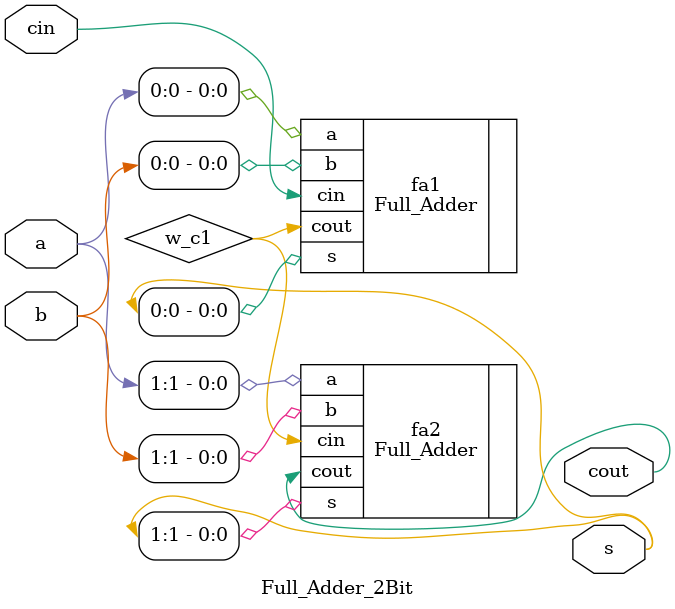
<source format=v>
`timescale 1ns / 1ps


module Full_Adder_2Bit( s, cout, a, b, cin);

    /*--------- Declare Module I/O --------------------------*/
    output [1:0] s;    // 2-bit sum
    output cout;       // Carry-out bit
    input [1:0] a;     // First 2-bit input
    input [1:0] b;     // Second 2-bit input
    input cin;          // Carry-in bit
    
    /*--------- Declare internal wires --------------------------*/
    wire w_c1;  // Carry-out from the first 1-bit full adder, used as carry-in for the second
    reg w_cin_internal; // Internal signal to hold the value of cin    
    
    Full_Adder fa1 (.a (a[0]), .b (b[0]), .cin (cin), .s (s[0]), .cout (w_c1));
    Full_Adder fa2 (.a (a[1]), .b (b[1]), .cin (w_c1), .s (s[1]), .cout (cout));
                  
endmodule

</source>
